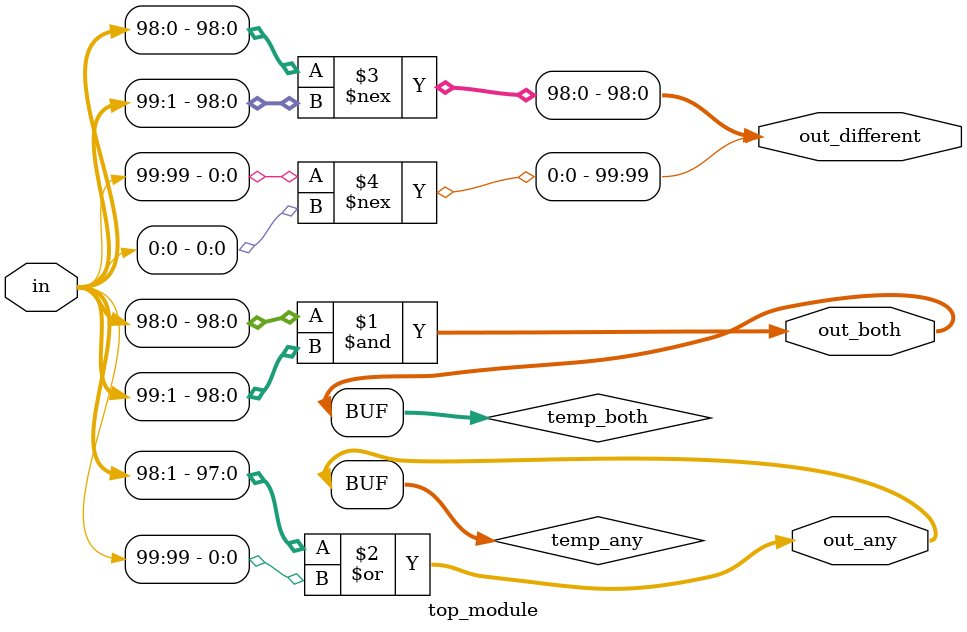
<source format=sv>
module top_module (
    input [99:0] in,
    output [98:0] out_both,
    output [99:1] out_any,
    output [99:0] out_different
);

    // Define intermediate wires
    wire [98:0] temp_both;
    wire [99:1] temp_any;

    // Check if both bits are '1'
    assign temp_both = in[98:0] & in[99:1];

    // Check if any bit is '1'
    assign temp_any = in[98:1] | in[99];

    // Check if bits are different
    assign out_different[98:0] = in[98:0] !== in[99:1];
    
    // Treat vector as wrapping around
    assign out_different[99] = in[99] !== in[0];

    // Assign outputs
    assign out_both = temp_both;
    assign out_any = temp_any;

endmodule

</source>
